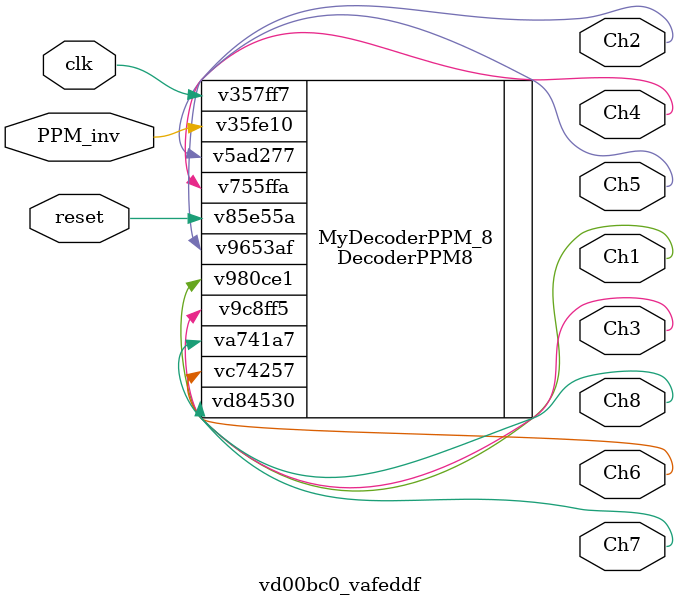
<source format=v>

`default_nettype none

module main #(
 parameter vd1c37d = 4
) (
 input v841316,
 input vclk,
 output v4df5ff,
 output v20658b,
 output v08c24f,
 output vd8d171,
 output va77672,
 output v3e4296,
 output v6e5026,
 output vdb86a5,
 output [0:7] vinit
);
 localparam p4 = vd1c37d;
 wire w0;
 wire w1;
 wire w2;
 wire w3;
 wire w5;
 wire w6;
 wire w7;
 wire w8;
 wire w9;
 wire w10;
 wire w11;
 wire w12;
 wire w13;
 wire w14;
 wire w15;
 wire w16;
 wire w17;
 wire w18;
 assign vd8d171 = w5;
 assign va77672 = w6;
 assign v3e4296 = w7;
 assign v6e5026 = w8;
 assign vdb86a5 = w9;
 assign v08c24f = w10;
 assign v20658b = w11;
 assign v4df5ff = w12;
 assign w13 = v841316;
 assign w15 = vclk;
 assign w16 = vclk;
 assign w17 = vclk;
 assign w18 = vclk;
 assign w16 = w15;
 assign w17 = w15;
 assign w17 = w16;
 assign w18 = w15;
 assign w18 = w16;
 assign w18 = w17;
 v35f267 v51804b (
  .v0e28cb(w2),
  .vcbab45(w14)
 );
 v5cc6ec va7d98c (
  .vb186da(w0),
  .v381ebf(w1),
  .vc93bbe(w2),
  .v50d6c6(w3)
 );
 v5b3e69 #(
  .v207e0d(p4)
 ) vbbc45a (
  .v8337bc(w3),
  .v531e20(w15)
 );
 v1049af va91276 (
  .vbb19a2(w1),
  .v8e52a4(w16)
 );
 v1f6f60 ve7693e (
  .vbb19a2(w0),
  .v8e52a4(w17)
 );
 vd00bc0 v51ad2b (
  .v0b7996(w5),
  .v20d1ea(w6),
  .v631b76(w7),
  .vfa6868(w8),
  .v27382b(w9),
  .v813582(w10),
  .v032f70(w11),
  .v446f52(w12),
  .v59b691(w13),
  .v189fe9(w14),
  .vbd2a31(w18)
 );
 assign vinit = 8'b00000000;
endmodule

/*-------------------------------------------------*/
/*--   */
/*-- - - - - - - - - - - - - - - - - - - - - - - --*/
/*-- 
/*-------------------------------------------------*/
//---- Top entity
module v35f267 (
 input v0e28cb,
 output vcbab45
);
 wire w0;
 wire w1;
 assign w0 = v0e28cb;
 assign vcbab45 = w1;
 v35f267_vd54ca1 vd54ca1 (
  .a(w0),
  .c(w1)
 );
endmodule

/*-------------------------------------------------*/
/*-- NOT  */
/*-- - - - - - - - - - - - - - - - - - - - - - - --*/
/*-- Puerta NOT
/*-------------------------------------------------*/

module v35f267_vd54ca1 (
 input a,
 output c
);
 //-- Puerta NOT
 
 //-- module (input wire a, output wire c);
 
 
 assign c = ~a;
 
 
 //-- endmodule
 
endmodule
//---- Top entity
module v5cc6ec (
 input vb186da,
 input v381ebf,
 input v50d6c6,
 output vc93bbe
);
 wire w0;
 wire w1;
 wire w2;
 wire w3;
 assign w0 = v50d6c6;
 assign vc93bbe = w1;
 assign w2 = v381ebf;
 assign w3 = vb186da;
 v5cc6ec_ve4e0df ve4e0df (
  .sel(w0),
  .o(w1),
  .i0(w2),
  .i1(w3)
 );
endmodule

/*-------------------------------------------------*/
/*-- Mux 2 a 1  */
/*-- - - - - - - - - - - - - - - - - - - - - - - --*/
/*-- Multiplexor de 2 a 1
/*-------------------------------------------------*/

module v5cc6ec_ve4e0df (
 input i1,
 input i0,
 input sel,
 output o
);
 //-- Multiplexor de 2 a 1, 
 //-- de 8 bits
 
 reg _o;
 
 always @(*) begin
     case(sel)
         0: _o = i0;
         1: _o = i1;
         default: _o = i0;
     endcase
 end
 
 assign o = _o;
 
endmodule
//---- Top entity
module v5b3e69 #(
 parameter v207e0d = 1
) (
 input v531e20,
 output v8337bc
);
 localparam p2 = v207e0d;
 wire w0;
 wire w1;
 assign v8337bc = w0;
 assign w1 = v531e20;
 v5b3e69_v94c6d7 #(
  .SEG(p2)
 ) v94c6d7 (
  .clk_o(w0),
  .clk(w1)
 );
endmodule

/*-------------------------------------------------*/
/*-- Corazon_Seg  */
/*-- - - - - - - - - - - - - - - - - - - - - - - --*/
/*-- Bombear 1 bit con el periodo especificado en el parámetro. Por defecto el periodo es de 1 segundos
/*-------------------------------------------------*/

module v5b3e69_v94c6d7 #(
 parameter SEG = 0
) (
 input clk,
 output clk_o
);
 
 //parameter HZ=1;
 
 //-- Constante para dividir y obtener una frecuencia de 1Hz
 localparam M = 12000000*SEG;
 
 //-- Calcular el numero de bits para almacenar M
 localparam N = $clog2(M);
 
 //-- Registro del divisor
 reg [N-1:0] divcounter;
 
 //-- Temporal clock
 reg clk_t = 0;
 
 //-- Se usa un contador modulo M/2 para luego
 //-- pasarlo por un biestable T y dividir la frecuencia
 //-- entre 2, para que el ciclo de trabajo sea del 50%
 always @(posedge clk)
     if (divcounter == M/2) begin
       clk_t <= 1;
       divcounter = 0;
     end 
     else begin
       divcounter <=  divcounter + 1;
       clk_t = 0;
     end 
   
 reg clk_o = 0;  
     
 //-- Biestable T para obtener ciclo de trabajo del 50%
 always @(posedge clk)
   if (clk_t)
     clk_o <= ~clk_o;
 
endmodule
//---- Top entity
module v1049af #(
 parameter v602fc8 = 100,
 parameter vb957bd = 105,
 parameter v857277 = 53,
 parameter v7200b2 = 1,
 parameter v1814d6 = 108,
 parameter v02ab25 = 56,
 parameter v457f55 = 4,
 parameter v115b07 = 66,
 parameter ve97d24 = 240,
 parameter v17e198 = 14,
 parameter v240c71 = 69,
 parameter v6c8394 = 241,
 parameter v3949b9 = 17,
 parameter v656e4c = 79,
 parameter vd8a345 = 27,
 parameter v882fe8 = 82,
 parameter ve4e838 = 30,
 parameter v8269c0 = 92,
 parameter v8f4840 = 40,
 parameter vcabc4d = 95,
 parameter v8b9ed0 = 43
) (
 input v8e52a4,
 output vbb19a2
);
 localparam p0 = v7200b2;
 localparam p1 = v457f55;
 localparam p2 = v17e198;
 localparam p3 = v3949b9;
 localparam p4 = vd8a345;
 localparam p5 = ve4e838;
 localparam p6 = v8f4840;
 localparam p7 = v8b9ed0;
 localparam p8 = v857277;
 localparam p9 = v02ab25;
 localparam p10 = ve97d24;
 localparam p11 = v6c8394;
 localparam p12 = v602fc8;
 localparam p15 = v115b07;
 localparam p16 = v240c71;
 localparam p17 = v656e4c;
 localparam p18 = v882fe8;
 localparam p19 = v8269c0;
 localparam p20 = vcabc4d;
 localparam p21 = vb957bd;
 localparam p22 = v1814d6;
 wire w13;
 wire w14;
 wire w23;
 wire w24;
 wire w25;
 wire w26;
 wire w27;
 wire w28;
 wire w29;
 wire w30;
 wire w31;
 wire w32;
 wire w33;
 wire w34;
 wire w35;
 wire w36;
 wire w37;
 wire w38;
 wire w39;
 wire w40;
 wire w41;
 wire w42;
 wire w43;
 wire w44;
 wire w45;
 wire w46;
 wire w47;
 wire w48;
 wire w49;
 wire w50;
 wire w51;
 assign vbb19a2 = w13;
 assign w14 = v8e52a4;
 assign w32 = w26;
 assign w34 = w33;
 assign w35 = w33;
 assign w35 = w34;
 assign w36 = w33;
 assign w36 = w34;
 assign w36 = w35;
 assign w37 = w33;
 assign w37 = w34;
 assign w37 = w35;
 assign w37 = w36;
 assign w38 = w33;
 assign w38 = w34;
 assign w38 = w35;
 assign w38 = w36;
 assign w38 = w37;
 assign w39 = w33;
 assign w39 = w34;
 assign w39 = w35;
 assign w39 = w36;
 assign w39 = w37;
 assign w39 = w38;
 assign w40 = w33;
 assign w40 = w34;
 assign w40 = w35;
 assign w40 = w36;
 assign w40 = w37;
 assign w40 = w38;
 assign w40 = w39;
 assign w41 = w33;
 assign w41 = w34;
 assign w41 = w35;
 assign w41 = w36;
 assign w41 = w37;
 assign w41 = w38;
 assign w41 = w39;
 assign w41 = w40;
 assign w43 = w42;
 assign w44 = w42;
 assign w44 = w43;
 assign w45 = w42;
 assign w45 = w43;
 assign w45 = w44;
 assign w46 = w42;
 assign w46 = w43;
 assign w46 = w44;
 assign w46 = w45;
 assign w47 = w42;
 assign w47 = w43;
 assign w47 = w44;
 assign w47 = w45;
 assign w47 = w46;
 assign w48 = w42;
 assign w48 = w43;
 assign w48 = w44;
 assign w48 = w45;
 assign w48 = w46;
 assign w48 = w47;
 assign w49 = w42;
 assign w49 = w43;
 assign w49 = w44;
 assign w49 = w45;
 assign w49 = w46;
 assign w49 = w47;
 assign w49 = w48;
 assign w50 = w42;
 assign w50 = w43;
 assign w50 = w44;
 assign w50 = w45;
 assign w50 = w46;
 assign w50 = w47;
 assign w50 = w48;
 assign w50 = w49;
 assign w51 = w42;
 assign w51 = w43;
 assign w51 = w44;
 assign w51 = w45;
 assign w51 = w46;
 assign w51 = w47;
 assign w51 = w48;
 assign w51 = w49;
 assign w51 = w50;
 vc46d2e #(
  .v2b07d6(p0),
  .v4dd05a(p1)
 ) vc96e1c (
  .vd67ea4(w26),
  .vf8ab06(w36),
  .v3f7fd6(w46)
 );
 vc46d2e #(
  .v2b07d6(p2),
  .v4dd05a(p3)
 ) vd706cc (
  .vd67ea4(w25),
  .vf8ab06(w35),
  .v3f7fd6(w45)
 );
 vc46d2e #(
  .v2b07d6(p4),
  .v4dd05a(p5)
 ) vf919f8 (
  .vd67ea4(w24),
  .vf8ab06(w34),
  .v3f7fd6(w44)
 );
 vc46d2e #(
  .v2b07d6(p6),
  .v4dd05a(p7)
 ) v434f33 (
  .vd67ea4(w23),
  .vf8ab06(w33),
  .v3f7fd6(w43)
 );
 vc46d2e #(
  .v2b07d6(p8),
  .v4dd05a(p9)
 ) vdf3c46 (
  .vd67ea4(w30),
  .vf8ab06(w40),
  .v3f7fd6(w50)
 );
 vc46d2e #(
  .v2b07d6(p10),
  .v4dd05a(p11)
 ) v0b750b (
  .vf8ab06(w32),
  .vd67ea4(w33),
  .v3f7fd6(w42)
 );
 vc33d80 #(
  .vfb06ae(p12)
 ) vdb264c (
  .vac0eb2(w14),
  .v2a8434(w42)
 );
 vc46d2e #(
  .v2b07d6(p15),
  .v4dd05a(p16)
 ) v055a75 (
  .vd67ea4(w29),
  .vf8ab06(w37),
  .v3f7fd6(w47)
 );
 vc46d2e #(
  .v2b07d6(p17),
  .v4dd05a(p18)
 ) v7ed282 (
  .vd67ea4(w28),
  .vf8ab06(w38),
  .v3f7fd6(w48)
 );
 vc46d2e #(
  .v2b07d6(p19),
  .v4dd05a(p20)
 ) vfdf311 (
  .vd67ea4(w27),
  .vf8ab06(w39),
  .v3f7fd6(w49)
 );
 vc46d2e #(
  .v2b07d6(p21),
  .v4dd05a(p22)
 ) v6b6712 (
  .vd67ea4(w31),
  .vf8ab06(w41),
  .v3f7fd6(w51)
 );
 v1049af_vd471d2 vd471d2 (
  .out(w13),
  .a(w23),
  .b(w24),
  .c(w25),
  .d(w26),
  .e(w27),
  .f(w28),
  .g(w29),
  .h(w30),
  .i(w31)
 );
endmodule

/*-------------------------------------------------*/
/*-- PPM_pulse01  */
/*-- - - - - - - - - - - - - - - - - - - - - - - --*/
/*-- Pulsos PPM
/*-------------------------------------------------*/

module v1049af_vd471d2 (
 input a,
 input b,
 input c,
 input d,
 input e,
 input f,
 input g,
 input h,
 input i,
 output out
);
 
 
 assign out = a | b | c | d | e | f | g | h | i ;
 
 // OR DE 9 puertas
endmodule
//---- Top entity
module vc46d2e #(
 parameter vf3ca5f = 8,
 parameter v2b07d6 = 5,
 parameter v4dd05a = 20
) (
 input vf8ab06,
 input v3f7fd6,
 output vd67ea4
);
 localparam p7 = vf3ca5f;
 localparam p8 = vf3ca5f;
 localparam p9 = v4dd05a;
 localparam p10 = v2b07d6;
 wire w0;
 wire w1;
 wire w2;
 wire w3;
 wire w4;
 wire w5;
 wire w6;
 assign vd67ea4 = w0;
 assign w2 = v3f7fd6;
 assign w3 = v3f7fd6;
 assign w5 = vf8ab06;
 assign w6 = vf8ab06;
 assign w3 = w2;
 assign w6 = w5;
 v161240 vb8f207 (
  .vcbab45(w0),
  .v0e28cb(w1),
  .v3ca442(w4)
 );
 v5b07d1 #(
  .vd71dc5(p8),
  .va1edee(p10)
 ) v44990b (
  .v19bd79(w1),
  .ve9fb46(w2),
  .v637c56(w5)
 );
 v5b3026 #(
  .vfd7c7d(p7),
  .va1edee(p9)
 ) vac72ef (
  .ve9fb46(w3),
  .v19bd79(w4),
  .vdb65bd(w6)
 );
endmodule

/*-------------------------------------------------*/
/*-- Configurable Pulse  */
/*-- - - - - - - - - - - - - - - - - - - - - - - --*/
/*-- We can configure a pulse (t_up and t_down )
/*-------------------------------------------------*/
//---- Top entity
module v161240 (
 input v0e28cb,
 input v3ca442,
 output vcbab45
);
 wire w0;
 wire w1;
 wire w2;
 assign w0 = v0e28cb;
 assign w1 = v3ca442;
 assign vcbab45 = w2;
 v161240_vf4938a vf4938a (
  .a(w0),
  .b(w1),
  .c(w2)
 );
endmodule

/*-------------------------------------------------*/
/*-- AND  */
/*-- - - - - - - - - - - - - - - - - - - - - - - --*/
/*-- Puerta AND
/*-------------------------------------------------*/

module v161240_vf4938a (
 input a,
 input b,
 output c
);
 //-- Puerta AND
 
 assign c = a & b;
 
 
endmodule
//---- Top entity
module v5b07d1 #(
 parameter vd71dc5 = 8,
 parameter va1edee = 1
) (
 input v637c56,
 input ve9fb46,
 output v19bd79
);
 localparam p3 = vd71dc5;
 localparam p4 = va1edee;
 wire w0;
 wire w1;
 wire w2;
 assign v19bd79 = w0;
 assign w1 = ve9fb46;
 assign w2 = v637c56;
 v5b07d1_v8c8712 #(
  .n(p3),
  .to(p4)
 ) v8c8712 (
  .u(w0),
  .clk(w1),
  .reset(w2)
 );
endmodule

/*-------------------------------------------------*/
/*-- u(t)  */
/*-- - - - - - - - - - - - - - - - - - - - - - - --*/
/*-- u(t)  unitary step. Start in t
/*-------------------------------------------------*/

module v5b07d1_v8c8712 #(
 parameter n = 0,
 parameter to = 0
) (
 input reset,
 input clk,
 output u
);
 // Escalón u(t)
 // t ciclos de reloj a 0 y
 // cambia a 1.
 
 localparam num_bits=n-1;
 localparam num_periods=to;
 
 reg[num_bits:0] contador=0;
 reg u=1'b0;
 
 
 always @(posedge clk)
 if(reset) begin contador<=0; u<=1'b0; end
 else 
     begin
         if(contador >= num_periods-1)
          begin
              u <=1'b1;
              contador <= contador;
          end
         else
          begin
               u<=1'b0;
               contador<=contador+1;
          end
     end
  
  
  
  
endmodule
//---- Top entity
module v5b3026 #(
 parameter vfd7c7d = 8,
 parameter va1edee = 10
) (
 input vdb65bd,
 input ve9fb46,
 output v19bd79
);
 localparam p3 = vfd7c7d;
 localparam p4 = va1edee;
 wire w0;
 wire w1;
 wire w2;
 assign v19bd79 = w0;
 assign w1 = ve9fb46;
 assign w2 = vdb65bd;
 v5b3026_v8c8712 #(
  .n(p3),
  .to(p4)
 ) v8c8712 (
  .u(w0),
  .clk(w1),
  .reset(w2)
 );
endmodule

/*-------------------------------------------------*/
/*-- u(t)  */
/*-- - - - - - - - - - - - - - - - - - - - - - - --*/
/*-- u(t)  unitary step. Start in t
/*-------------------------------------------------*/

module v5b3026_v8c8712 #(
 parameter n = 0,
 parameter to = 0
) (
 input reset,
 input clk,
 output u
);
 // falling pulse in t
 // t ciclos de reloj a 1 y
 // cambia a 0.
 
 localparam num_bits=n-1;
 localparam num_periods=to;
 
 reg[num_bits:0] contador=0;
 reg u=1'b1;
 
 
 always @(posedge clk)
 if(reset)begin contador<=0; u<=1'b1; end
 else 
 begin
     if(contador >= num_periods-1)
      begin
          u <=1'b0;
          contador <= contador;
      end
     else
      begin
           u<=1'b1;
           contador<=contador+1;
      end
 end
  
  
  
  
endmodule
//---- Top entity
module vc33d80 #(
 parameter vfb06ae = 100
) (
 input vac0eb2,
 output v2a8434
);
 localparam p2 = vfb06ae;
 wire w0;
 wire w1;
 assign v2a8434 = w0;
 assign w1 = vac0eb2;
 vc33d80_v6cac2f #(
  .US(p2)
 ) v6cac2f (
  .o(w0),
  .clk(w1)
 );
endmodule

/*-------------------------------------------------*/
/*-- Corazon-tic-us  */
/*-- - - - - - - - - - - - - - - - - - - - - - - --*/
/*-- Corazón de bombeo de tics a con periodo paramétrico de microsegundos
/*-------------------------------------------------*/

module vc33d80_v6cac2f #(
 parameter US = 0
) (
 input clk,
 output o
);
 //localparam US;
 
 //-- Constante para dividir y obtener una frecuencia de 1MHz
 localparam M = 12*US;
 
 //-- Calcular el numero de bits para almacenar M
 localparam N = $clog2(M);
 
 //-- Cable de reset para el contador
 wire reset;
 
 //-- Registro del divisor
 reg [N-1:0] divcounter;
 
 
 //-- Contador con reset
 always @(posedge clk)
   if (reset)
     divcounter <= 0;
   else
     divcounter <= divcounter + 1;
 
 //-- Comparador que resetea el contador cuando se alcanza el tope
 assign reset = (divcounter == M-1);
 
 //-- La salida es la señal de overflow
 assign o = reset;
 
 
 
 
endmodule
//---- Top entity
module v1f6f60 #(
 parameter v602fc8 = 100,
 parameter vb957bd = 173,
 parameter v857277 = 79,
 parameter v7200b2 = 1,
 parameter v1814d6 = 176,
 parameter v02ab25 = 82,
 parameter v457f55 = 4,
 parameter v115b07 = 101,
 parameter ve97d24 = 240,
 parameter v17e198 = 19,
 parameter v240c71 = 104,
 parameter v6c8394 = 241,
 parameter v3949b9 = 22,
 parameter v656e4c = 124,
 parameter vd8a345 = 38,
 parameter v882fe8 = 127,
 parameter ve4e838 = 41,
 parameter v8269c0 = 148,
 parameter v8f4840 = 58,
 parameter vcabc4d = 151,
 parameter v8b9ed0 = 61
) (
 input v8e52a4,
 output vbb19a2
);
 localparam p0 = v7200b2;
 localparam p1 = v457f55;
 localparam p2 = v17e198;
 localparam p3 = v3949b9;
 localparam p4 = vd8a345;
 localparam p5 = ve4e838;
 localparam p6 = v8f4840;
 localparam p7 = v8b9ed0;
 localparam p8 = v857277;
 localparam p9 = v02ab25;
 localparam p10 = ve97d24;
 localparam p11 = v6c8394;
 localparam p12 = v602fc8;
 localparam p15 = v115b07;
 localparam p16 = v240c71;
 localparam p17 = v656e4c;
 localparam p18 = v882fe8;
 localparam p19 = v8269c0;
 localparam p20 = vcabc4d;
 localparam p21 = vb957bd;
 localparam p22 = v1814d6;
 wire w13;
 wire w14;
 wire w23;
 wire w24;
 wire w25;
 wire w26;
 wire w27;
 wire w28;
 wire w29;
 wire w30;
 wire w31;
 wire w32;
 wire w33;
 wire w34;
 wire w35;
 wire w36;
 wire w37;
 wire w38;
 wire w39;
 wire w40;
 wire w41;
 wire w42;
 wire w43;
 wire w44;
 wire w45;
 wire w46;
 wire w47;
 wire w48;
 wire w49;
 wire w50;
 wire w51;
 assign vbb19a2 = w13;
 assign w14 = v8e52a4;
 assign w32 = w26;
 assign w34 = w33;
 assign w35 = w33;
 assign w35 = w34;
 assign w36 = w33;
 assign w36 = w34;
 assign w36 = w35;
 assign w37 = w33;
 assign w37 = w34;
 assign w37 = w35;
 assign w37 = w36;
 assign w38 = w33;
 assign w38 = w34;
 assign w38 = w35;
 assign w38 = w36;
 assign w38 = w37;
 assign w39 = w33;
 assign w39 = w34;
 assign w39 = w35;
 assign w39 = w36;
 assign w39 = w37;
 assign w39 = w38;
 assign w40 = w33;
 assign w40 = w34;
 assign w40 = w35;
 assign w40 = w36;
 assign w40 = w37;
 assign w40 = w38;
 assign w40 = w39;
 assign w41 = w33;
 assign w41 = w34;
 assign w41 = w35;
 assign w41 = w36;
 assign w41 = w37;
 assign w41 = w38;
 assign w41 = w39;
 assign w41 = w40;
 assign w43 = w42;
 assign w44 = w42;
 assign w44 = w43;
 assign w45 = w42;
 assign w45 = w43;
 assign w45 = w44;
 assign w46 = w42;
 assign w46 = w43;
 assign w46 = w44;
 assign w46 = w45;
 assign w47 = w42;
 assign w47 = w43;
 assign w47 = w44;
 assign w47 = w45;
 assign w47 = w46;
 assign w48 = w42;
 assign w48 = w43;
 assign w48 = w44;
 assign w48 = w45;
 assign w48 = w46;
 assign w48 = w47;
 assign w49 = w42;
 assign w49 = w43;
 assign w49 = w44;
 assign w49 = w45;
 assign w49 = w46;
 assign w49 = w47;
 assign w49 = w48;
 assign w50 = w42;
 assign w50 = w43;
 assign w50 = w44;
 assign w50 = w45;
 assign w50 = w46;
 assign w50 = w47;
 assign w50 = w48;
 assign w50 = w49;
 assign w51 = w42;
 assign w51 = w43;
 assign w51 = w44;
 assign w51 = w45;
 assign w51 = w46;
 assign w51 = w47;
 assign w51 = w48;
 assign w51 = w49;
 assign w51 = w50;
 vc46d2e #(
  .v2b07d6(p0),
  .v4dd05a(p1)
 ) vc96e1c (
  .vd67ea4(w26),
  .vf8ab06(w36),
  .v3f7fd6(w46)
 );
 vc46d2e #(
  .v2b07d6(p2),
  .v4dd05a(p3)
 ) vd706cc (
  .vd67ea4(w25),
  .vf8ab06(w35),
  .v3f7fd6(w45)
 );
 vc46d2e #(
  .v2b07d6(p4),
  .v4dd05a(p5)
 ) vf919f8 (
  .vd67ea4(w24),
  .vf8ab06(w34),
  .v3f7fd6(w44)
 );
 vc46d2e #(
  .v2b07d6(p6),
  .v4dd05a(p7)
 ) v434f33 (
  .vd67ea4(w23),
  .vf8ab06(w33),
  .v3f7fd6(w43)
 );
 vc46d2e #(
  .v2b07d6(p8),
  .v4dd05a(p9)
 ) vdf3c46 (
  .vd67ea4(w30),
  .vf8ab06(w40),
  .v3f7fd6(w50)
 );
 vc46d2e #(
  .v2b07d6(p10),
  .v4dd05a(p11)
 ) v0b750b (
  .vf8ab06(w32),
  .vd67ea4(w33),
  .v3f7fd6(w42)
 );
 vc33d80 #(
  .vfb06ae(p12)
 ) vdb264c (
  .vac0eb2(w14),
  .v2a8434(w42)
 );
 vc46d2e #(
  .v2b07d6(p15),
  .v4dd05a(p16)
 ) v055a75 (
  .vd67ea4(w29),
  .vf8ab06(w37),
  .v3f7fd6(w47)
 );
 vc46d2e #(
  .v2b07d6(p17),
  .v4dd05a(p18)
 ) v7ed282 (
  .vd67ea4(w28),
  .vf8ab06(w38),
  .v3f7fd6(w48)
 );
 vc46d2e #(
  .v2b07d6(p19),
  .v4dd05a(p20)
 ) vfdf311 (
  .vd67ea4(w27),
  .vf8ab06(w39),
  .v3f7fd6(w49)
 );
 vc46d2e #(
  .v2b07d6(p21),
  .v4dd05a(p22)
 ) v6b6712 (
  .vd67ea4(w31),
  .vf8ab06(w41),
  .v3f7fd6(w51)
 );
 v1f6f60_vd471d2 vd471d2 (
  .out(w13),
  .a(w23),
  .b(w24),
  .c(w25),
  .d(w26),
  .e(w27),
  .f(w28),
  .g(w29),
  .h(w30),
  .i(w31)
 );
endmodule

/*-------------------------------------------------*/
/*-- PPM_pulse03  */
/*-- - - - - - - - - - - - - - - - - - - - - - - --*/
/*-- Pulsos PPM
/*-------------------------------------------------*/

module v1f6f60_vd471d2 (
 input a,
 input b,
 input c,
 input d,
 input e,
 input f,
 input g,
 input h,
 input i,
 output out
);
 
 
 assign out = a | b | c | d | e | f | g | h | i ;
 
 // OR DE 9 puertas
endmodule
//---- Top entity
module vd00bc0 (
 input v189fe9,
 input v59b691,
 input vbd2a31,
 output v446f52,
 output v032f70,
 output v813582,
 output v0b7996,
 output v20d1ea,
 output v631b76,
 output vfa6868,
 output v27382b
);
 wire w0;
 wire w1;
 wire w2;
 wire w3;
 wire w4;
 wire w5;
 wire w6;
 wire w7;
 wire w8;
 wire w9;
 wire w10;
 assign v446f52 = w0;
 assign v032f70 = w1;
 assign v813582 = w2;
 assign v0b7996 = w3;
 assign v20d1ea = w4;
 assign v631b76 = w5;
 assign vfa6868 = w6;
 assign v27382b = w7;
 assign w8 = v189fe9;
 assign w9 = vbd2a31;
 assign w10 = v59b691;
 vd00bc0_vafeddf vafeddf (
  .Ch1(w0),
  .Ch2(w1),
  .Ch3(w2),
  .Ch4(w3),
  .Ch5(w4),
  .Ch6(w5),
  .Ch7(w6),
  .Ch8(w7),
  .PPM_inv(w8),
  .clk(w9),
  .reset(w10)
 );
endmodule

/*-------------------------------------------------*/
/*-- PPM_8Asic  */
/*-- - - - - - - - - - - - - - - - - - - - - - - --*/
/*-- Módulo exportado he importado con include tras modificar unos pocos detalles
/*-------------------------------------------------*/

module vd00bc0_vafeddf (
 input PPM_inv,
 input reset,
 input clk,
 output Ch1,
 output Ch2,
 output Ch3,
 output Ch4,
 output Ch5,
 output Ch6,
 output Ch7,
 output Ch8
);
 
 //@include Module_Decoder_8bits_ASIC.v
 
 DecoderPPM8 MyDecoderPPM_8(.v35fe10(PPM_inv),.v85e55a(reset), .v357ff7(clk),
                .v980ce1(Ch1), .v5ad277(Ch2), .v9c8ff5(Ch3),
                .v755ffa(Ch4), .v9653af(Ch5), .vc74257(Ch6),
                .vd84530(Ch7), .va741a7(Ch8));
                
endmodule

</source>
